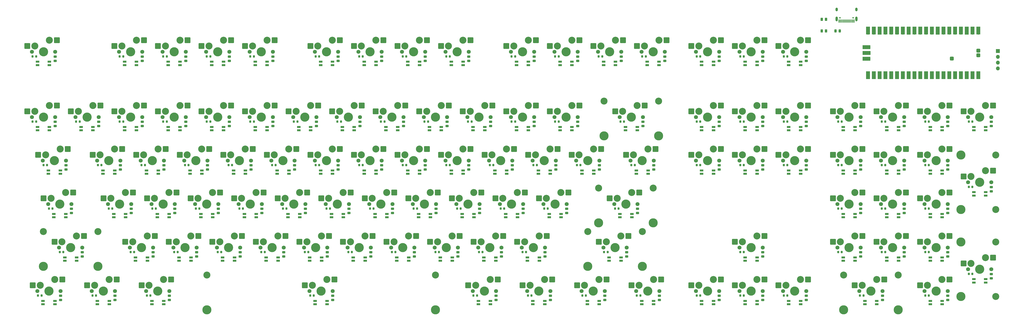
<source format=gbr>
%TF.GenerationSoftware,KiCad,Pcbnew,7.0.7*%
%TF.CreationDate,2024-02-20T17:11:52+02:00*%
%TF.ProjectId,keyboard,6b657962-6f61-4726-942e-6b696361645f,rev?*%
%TF.SameCoordinates,Original*%
%TF.FileFunction,Soldermask,Bot*%
%TF.FilePolarity,Negative*%
%FSLAX46Y46*%
G04 Gerber Fmt 4.6, Leading zero omitted, Abs format (unit mm)*
G04 Created by KiCad (PCBNEW 7.0.7) date 2024-02-20 17:11:52*
%MOMM*%
%LPD*%
G01*
G04 APERTURE LIST*
G04 Aperture macros list*
%AMRoundRect*
0 Rectangle with rounded corners*
0 $1 Rounding radius*
0 $2 $3 $4 $5 $6 $7 $8 $9 X,Y pos of 4 corners*
0 Add a 4 corners polygon primitive as box body*
4,1,4,$2,$3,$4,$5,$6,$7,$8,$9,$2,$3,0*
0 Add four circle primitives for the rounded corners*
1,1,$1+$1,$2,$3*
1,1,$1+$1,$4,$5*
1,1,$1+$1,$6,$7*
1,1,$1+$1,$8,$9*
0 Add four rect primitives between the rounded corners*
20,1,$1+$1,$2,$3,$4,$5,0*
20,1,$1+$1,$4,$5,$6,$7,0*
20,1,$1+$1,$6,$7,$8,$9,0*
20,1,$1+$1,$8,$9,$2,$3,0*%
G04 Aperture macros list end*
%ADD10C,3.048000*%
%ADD11C,3.987800*%
%ADD12RoundRect,0.082000X0.718000X-0.328000X0.718000X0.328000X-0.718000X0.328000X-0.718000X-0.328000X0*%
%ADD13C,1.750000*%
%ADD14C,3.050000*%
%ADD15C,4.000000*%
%ADD16RoundRect,0.250000X-1.025000X-1.000000X1.025000X-1.000000X1.025000X1.000000X-1.025000X1.000000X0*%
%ADD17R,1.700000X1.700000*%
%ADD18O,1.700000X1.700000*%
%ADD19RoundRect,0.225000X0.225000X0.250000X-0.225000X0.250000X-0.225000X-0.250000X0.225000X-0.250000X0*%
%ADD20RoundRect,0.243750X-0.456250X0.243750X-0.456250X-0.243750X0.456250X-0.243750X0.456250X0.243750X0*%
%ADD21RoundRect,0.250000X-0.262500X-0.450000X0.262500X-0.450000X0.262500X0.450000X-0.262500X0.450000X0*%
%ADD22C,0.650000*%
%ADD23R,0.600000X1.450000*%
%ADD24R,0.300000X1.450000*%
%ADD25O,1.000000X1.600000*%
%ADD26O,1.000000X2.100000*%
%ADD27R,1.700000X3.500000*%
%ADD28R,3.500000X1.700000*%
%ADD29RoundRect,0.437500X0.437500X-0.437500X0.437500X0.437500X-0.437500X0.437500X-0.437500X-0.437500X0*%
%ADD30RoundRect,0.243750X0.243750X0.456250X-0.243750X0.456250X-0.243750X-0.456250X0.243750X-0.456250X0*%
G04 APERTURE END LIST*
D10*
%TO.C,H5*%
X272618300Y-113265000D03*
D11*
X272618300Y-128475000D03*
D10*
X296494300Y-113265000D03*
D11*
X296494300Y-128475000D03*
%TD*%
D12*
%TO.C,L66*%
X184762500Y-107030000D03*
X184762500Y-105530000D03*
X179562500Y-105530000D03*
X179562500Y-107030000D03*
%TD*%
D13*
%TO.C,SW68*%
X215182500Y-101200000D03*
D14*
X216452500Y-98660000D03*
D15*
X220262500Y-101200000D03*
D14*
X222802500Y-96120000D03*
D13*
X225342500Y-101200000D03*
D16*
X213177500Y-98660000D03*
X226104500Y-96120000D03*
%TD*%
D13*
%TO.C,SW51*%
X291382500Y-82150000D03*
D14*
X292652500Y-79610000D03*
D15*
X296462500Y-82150000D03*
D14*
X299002500Y-77070000D03*
D13*
X301542500Y-82150000D03*
D16*
X289377500Y-79610000D03*
X302304500Y-77070000D03*
%TD*%
D12*
%TO.C,L63*%
X127612500Y-107030000D03*
X127612500Y-105530000D03*
X122412500Y-105530000D03*
X122412500Y-107030000D03*
%TD*%
D13*
%TO.C,SW53*%
X339007500Y-82150000D03*
D14*
X340277500Y-79610000D03*
D15*
X344087500Y-82150000D03*
D14*
X346627500Y-77070000D03*
D13*
X349167500Y-82150000D03*
D16*
X337002500Y-79610000D03*
X349929500Y-77070000D03*
%TD*%
D13*
%TO.C,SW72*%
X381870000Y-101200000D03*
D14*
X383140000Y-98660000D03*
D15*
X386950000Y-101200000D03*
D14*
X389490000Y-96120000D03*
D13*
X392030000Y-101200000D03*
D16*
X379865000Y-98660000D03*
X392792000Y-96120000D03*
%TD*%
D12*
%TO.C,L99*%
X301443800Y-145130000D03*
X301443800Y-143630000D03*
X296243800Y-143630000D03*
X296243800Y-145130000D03*
%TD*%
%TO.C,L29*%
X265725000Y-68930000D03*
X265725000Y-67430000D03*
X260525000Y-67430000D03*
X260525000Y-68930000D03*
%TD*%
%TO.C,L76*%
X79987500Y-126080000D03*
X79987500Y-124580000D03*
X74787500Y-124580000D03*
X74787500Y-126080000D03*
%TD*%
D13*
%TO.C,SW31*%
X319957500Y-63100000D03*
D14*
X321227500Y-60560000D03*
D15*
X325037500Y-63100000D03*
D14*
X327577500Y-58020000D03*
D13*
X330117500Y-63100000D03*
D16*
X317952500Y-60560000D03*
X330879500Y-58020000D03*
%TD*%
D17*
%TO.C,J1*%
X452000000Y-34200000D03*
D18*
X452000000Y-36740000D03*
X452000000Y-39280000D03*
X452000000Y-41820000D03*
%TD*%
D13*
%TO.C,SW1*%
X29445000Y-34525000D03*
D14*
X30715000Y-31985000D03*
D15*
X34525000Y-34525000D03*
D14*
X37065000Y-29445000D03*
D13*
X39605000Y-34525000D03*
D16*
X27440000Y-31985000D03*
X40367000Y-29445000D03*
%TD*%
D12*
%TO.C,L74*%
X427650000Y-107030000D03*
X427650000Y-105530000D03*
X422450000Y-105530000D03*
X422450000Y-107030000D03*
%TD*%
%TO.C,L83*%
X213337500Y-126080000D03*
X213337500Y-124580000D03*
X208137500Y-124580000D03*
X208137500Y-126080000D03*
%TD*%
D13*
%TO.C,SW10*%
X238995000Y-34525000D03*
D14*
X240265000Y-31985000D03*
D15*
X244075000Y-34525000D03*
D14*
X246615000Y-29445000D03*
D13*
X249155000Y-34525000D03*
D16*
X236990000Y-31985000D03*
X249917000Y-29445000D03*
%TD*%
D13*
%TO.C,SW19*%
X67545000Y-63100000D03*
D14*
X68815000Y-60560000D03*
D15*
X72625000Y-63100000D03*
D14*
X75165000Y-58020000D03*
D13*
X77705000Y-63100000D03*
D16*
X65540000Y-60560000D03*
X78467000Y-58020000D03*
%TD*%
D12*
%TO.C,L42*%
X122850000Y-87980000D03*
X122850000Y-86480000D03*
X117650000Y-86480000D03*
X117650000Y-87980000D03*
%TD*%
%TO.C,L33*%
X365737500Y-68930000D03*
X365737500Y-67430000D03*
X360537500Y-67430000D03*
X360537500Y-68930000D03*
%TD*%
%TO.C,L6*%
X160950000Y-40355000D03*
X160950000Y-38855000D03*
X155750000Y-38855000D03*
X155750000Y-40355000D03*
%TD*%
%TO.C,L43*%
X141900000Y-87980000D03*
X141900000Y-86480000D03*
X136700000Y-86480000D03*
X136700000Y-87980000D03*
%TD*%
%TO.C,L23*%
X151425000Y-68930000D03*
X151425000Y-67430000D03*
X146225000Y-67430000D03*
X146225000Y-68930000D03*
%TD*%
D13*
%TO.C,SW60*%
X62782500Y-101200000D03*
D14*
X64052500Y-98660000D03*
D15*
X67862500Y-101200000D03*
D14*
X70402500Y-96120000D03*
D13*
X72942500Y-101200000D03*
D16*
X60777500Y-98660000D03*
X73704500Y-96120000D03*
%TD*%
D13*
%TO.C,SW17*%
X29445000Y-63100000D03*
D14*
X30715000Y-60560000D03*
D15*
X34525000Y-63100000D03*
D14*
X37065000Y-58020000D03*
D13*
X39605000Y-63100000D03*
D16*
X27440000Y-60560000D03*
X40367000Y-58020000D03*
%TD*%
D10*
%TO.C,H8*%
X384537000Y-132315000D03*
D11*
X384537000Y-147525000D03*
D10*
X408413000Y-132315000D03*
D11*
X408413000Y-147525000D03*
%TD*%
D12*
%TO.C,L54*%
X365737500Y-87980000D03*
X365737500Y-86480000D03*
X360537500Y-86480000D03*
X360537500Y-87980000D03*
%TD*%
D13*
%TO.C,SW74*%
X419970000Y-101200000D03*
D14*
X421240000Y-98660000D03*
D15*
X425050000Y-101200000D03*
D14*
X427590000Y-96120000D03*
D13*
X430130000Y-101200000D03*
D16*
X417965000Y-98660000D03*
X430892000Y-96120000D03*
%TD*%
D12*
%TO.C,L2*%
X75225000Y-40355000D03*
X75225000Y-38855000D03*
X70025000Y-38855000D03*
X70025000Y-40355000D03*
%TD*%
D13*
%TO.C,SW69*%
X234232500Y-101200000D03*
D14*
X235502500Y-98660000D03*
D15*
X239312500Y-101200000D03*
D14*
X241852500Y-96120000D03*
D13*
X244392500Y-101200000D03*
D16*
X232227500Y-98660000D03*
X245154500Y-96120000D03*
%TD*%
D12*
%TO.C,L61*%
X89512500Y-107030000D03*
X89512500Y-105530000D03*
X84312500Y-105530000D03*
X84312500Y-107030000D03*
%TD*%
D13*
%TO.C,SW87*%
X339007500Y-120250000D03*
D14*
X340277500Y-117710000D03*
D15*
X344087500Y-120250000D03*
D14*
X346627500Y-115170000D03*
D13*
X349167500Y-120250000D03*
D16*
X337002500Y-117710000D03*
X349929500Y-115170000D03*
%TD*%
D13*
%TO.C,SW96*%
X222326300Y-139300000D03*
D14*
X223596300Y-136760000D03*
D15*
X227406300Y-139300000D03*
D14*
X229946300Y-134220000D03*
D13*
X232486300Y-139300000D03*
D16*
X220321300Y-136760000D03*
X233248300Y-134220000D03*
%TD*%
D12*
%TO.C,L88*%
X389550000Y-126080000D03*
X389550000Y-124580000D03*
X384350000Y-124580000D03*
X384350000Y-126080000D03*
%TD*%
D13*
%TO.C,SW83*%
X205657500Y-120250000D03*
D14*
X206927500Y-117710000D03*
D15*
X210737500Y-120250000D03*
D14*
X213277500Y-115170000D03*
D13*
X215817500Y-120250000D03*
D16*
X203652500Y-117710000D03*
X216579500Y-115170000D03*
%TD*%
D13*
%TO.C,SW15*%
X339007500Y-34525000D03*
D14*
X340277500Y-31985000D03*
D15*
X344087500Y-34525000D03*
D14*
X346627500Y-29445000D03*
D13*
X349167500Y-34525000D03*
D16*
X337002500Y-31985000D03*
X349929500Y-29445000D03*
%TD*%
D13*
%TO.C,SW6*%
X153270000Y-34525000D03*
D14*
X154540000Y-31985000D03*
D15*
X158350000Y-34525000D03*
D14*
X160890000Y-29445000D03*
D13*
X163430000Y-34525000D03*
D16*
X151265000Y-31985000D03*
X164192000Y-29445000D03*
%TD*%
D12*
%TO.C,L81*%
X175237500Y-126080000D03*
X175237500Y-124580000D03*
X170037500Y-124580000D03*
X170037500Y-126080000D03*
%TD*%
%TO.C,L86*%
X287156300Y-126080000D03*
X287156300Y-124580000D03*
X281956300Y-124580000D03*
X281956300Y-126080000D03*
%TD*%
%TO.C,L64*%
X146662500Y-107030000D03*
X146662500Y-105530000D03*
X141462500Y-105530000D03*
X141462500Y-107030000D03*
%TD*%
D13*
%TO.C,SW76*%
X72307500Y-120250000D03*
D14*
X73577500Y-117710000D03*
D15*
X77387500Y-120250000D03*
D14*
X79927500Y-115170000D03*
D13*
X82467500Y-120250000D03*
D16*
X70302500Y-117710000D03*
X83229500Y-115170000D03*
%TD*%
D13*
%TO.C,SW67*%
X196132500Y-101200000D03*
D14*
X197402500Y-98660000D03*
D15*
X201212500Y-101200000D03*
D14*
X203752500Y-96120000D03*
D13*
X206292500Y-101200000D03*
D16*
X194127500Y-98660000D03*
X207054500Y-96120000D03*
%TD*%
D13*
%TO.C,SW35*%
X400920000Y-63100000D03*
D14*
X402190000Y-60560000D03*
D15*
X406000000Y-63100000D03*
D14*
X408540000Y-58020000D03*
D13*
X411080000Y-63100000D03*
D16*
X398915000Y-60560000D03*
X411842000Y-58020000D03*
%TD*%
D13*
%TO.C,SW78*%
X110407500Y-120250000D03*
D14*
X111677500Y-117710000D03*
D15*
X115487500Y-120250000D03*
D14*
X118027500Y-115170000D03*
D13*
X120567500Y-120250000D03*
D16*
X108402500Y-117710000D03*
X121329500Y-115170000D03*
%TD*%
D12*
%TO.C,L98*%
X277631300Y-145130000D03*
X277631300Y-143630000D03*
X272431300Y-143630000D03*
X272431300Y-145130000D03*
%TD*%
D13*
%TO.C,SW43*%
X134220000Y-82150000D03*
D14*
X135490000Y-79610000D03*
D15*
X139300000Y-82150000D03*
D14*
X141840000Y-77070000D03*
D13*
X144380000Y-82150000D03*
D16*
X132215000Y-79610000D03*
X145142000Y-77070000D03*
%TD*%
D12*
%TO.C,L91*%
X446700000Y-135605000D03*
X446700000Y-134105000D03*
X441500000Y-134105000D03*
X441500000Y-135605000D03*
%TD*%
%TO.C,L21*%
X113325000Y-68930000D03*
X113325000Y-67430000D03*
X108125000Y-67430000D03*
X108125000Y-68930000D03*
%TD*%
D13*
%TO.C,SW40*%
X77070000Y-82150000D03*
D14*
X78340000Y-79610000D03*
D15*
X82150000Y-82150000D03*
D14*
X84690000Y-77070000D03*
D13*
X87230000Y-82150000D03*
D16*
X75065000Y-79610000D03*
X87992000Y-77070000D03*
%TD*%
D13*
%TO.C,SW12*%
X277095000Y-34525000D03*
D14*
X278365000Y-31985000D03*
D15*
X282175000Y-34525000D03*
D14*
X284715000Y-29445000D03*
D13*
X287255000Y-34525000D03*
D16*
X275090000Y-31985000D03*
X288017000Y-29445000D03*
%TD*%
D13*
%TO.C,SW86*%
X279476300Y-120250000D03*
D14*
X280746300Y-117710000D03*
D15*
X284556300Y-120250000D03*
D14*
X287096300Y-115170000D03*
D13*
X289636300Y-120250000D03*
D16*
X277471300Y-117710000D03*
X290398300Y-115170000D03*
%TD*%
D13*
%TO.C,SW21*%
X105645000Y-63100000D03*
D14*
X106915000Y-60560000D03*
D15*
X110725000Y-63100000D03*
D14*
X113265000Y-58020000D03*
D13*
X115805000Y-63100000D03*
D16*
X103640000Y-60560000D03*
X116567000Y-58020000D03*
%TD*%
D12*
%TO.C,L95*%
X158568800Y-145130000D03*
X158568800Y-143630000D03*
X153368800Y-143630000D03*
X153368800Y-145130000D03*
%TD*%
%TO.C,L41*%
X103800000Y-87980000D03*
X103800000Y-86480000D03*
X98600000Y-86480000D03*
X98600000Y-87980000D03*
%TD*%
%TO.C,L65*%
X165712500Y-107030000D03*
X165712500Y-105530000D03*
X160512500Y-105530000D03*
X160512500Y-107030000D03*
%TD*%
%TO.C,L20*%
X94275000Y-68930000D03*
X94275000Y-67430000D03*
X89075000Y-67430000D03*
X89075000Y-68930000D03*
%TD*%
%TO.C,L1*%
X37125000Y-40355000D03*
X37125000Y-38855000D03*
X31925000Y-38855000D03*
X31925000Y-40355000D03*
%TD*%
%TO.C,L18*%
X56175000Y-68930000D03*
X56175000Y-67430000D03*
X50975000Y-67430000D03*
X50975000Y-68930000D03*
%TD*%
D13*
%TO.C,SW29*%
X258045000Y-63100000D03*
D14*
X259315000Y-60560000D03*
D15*
X263125000Y-63100000D03*
D14*
X265665000Y-58020000D03*
D13*
X268205000Y-63100000D03*
D16*
X256040000Y-60560000D03*
X268967000Y-58020000D03*
%TD*%
D13*
%TO.C,SW7*%
X172320000Y-34525000D03*
D14*
X173590000Y-31985000D03*
D15*
X177400000Y-34525000D03*
D14*
X179940000Y-29445000D03*
D13*
X182480000Y-34525000D03*
D16*
X170315000Y-31985000D03*
X183242000Y-29445000D03*
%TD*%
D13*
%TO.C,SW32*%
X339007500Y-63100000D03*
D14*
X340277500Y-60560000D03*
D15*
X344087500Y-63100000D03*
D14*
X346627500Y-58020000D03*
D13*
X349167500Y-63100000D03*
D16*
X337002500Y-60560000D03*
X349929500Y-58020000D03*
%TD*%
D10*
%TO.C,H7*%
X105968800Y-132315000D03*
D11*
X105968800Y-147525000D03*
D10*
X205968800Y-132315000D03*
D11*
X205968800Y-147525000D03*
%TD*%
D13*
%TO.C,SW91*%
X439020000Y-129775000D03*
D14*
X440290000Y-127235000D03*
D15*
X444100000Y-129775000D03*
D14*
X446640000Y-124695000D03*
D13*
X449180000Y-129775000D03*
D16*
X437015000Y-127235000D03*
X449942000Y-124695000D03*
%TD*%
D12*
%TO.C,L79*%
X137137500Y-126080000D03*
X137137500Y-124580000D03*
X131937500Y-124580000D03*
X131937500Y-126080000D03*
%TD*%
D13*
%TO.C,SW37*%
X439020000Y-63100000D03*
D14*
X440290000Y-60560000D03*
D15*
X444100000Y-63100000D03*
D14*
X446640000Y-58020000D03*
D13*
X449180000Y-63100000D03*
D16*
X437015000Y-60560000D03*
X449942000Y-58020000D03*
%TD*%
D13*
%TO.C,SW84*%
X224707500Y-120250000D03*
D14*
X225977500Y-117710000D03*
D15*
X229787500Y-120250000D03*
D14*
X232327500Y-115170000D03*
D13*
X234867500Y-120250000D03*
D16*
X222702500Y-117710000D03*
X235629500Y-115170000D03*
%TD*%
D12*
%TO.C,L51*%
X299062500Y-87980000D03*
X299062500Y-86480000D03*
X293862500Y-86480000D03*
X293862500Y-87980000D03*
%TD*%
D13*
%TO.C,SW85*%
X243757500Y-120250000D03*
D14*
X245027500Y-117710000D03*
D15*
X248837500Y-120250000D03*
D14*
X251377500Y-115170000D03*
D13*
X253917500Y-120250000D03*
D16*
X241752500Y-117710000D03*
X254679500Y-115170000D03*
%TD*%
D12*
%TO.C,L7*%
X180000000Y-40355000D03*
X180000000Y-38855000D03*
X174800000Y-38855000D03*
X174800000Y-40355000D03*
%TD*%
%TO.C,L101*%
X346687500Y-145130000D03*
X346687500Y-143630000D03*
X341487500Y-143630000D03*
X341487500Y-145130000D03*
%TD*%
D13*
%TO.C,SW22*%
X124695000Y-63100000D03*
D14*
X125965000Y-60560000D03*
D15*
X129775000Y-63100000D03*
D14*
X132315000Y-58020000D03*
D13*
X134855000Y-63100000D03*
D16*
X122690000Y-60560000D03*
X135617000Y-58020000D03*
%TD*%
D13*
%TO.C,SW38*%
X34207500Y-82150000D03*
D14*
X35477500Y-79610000D03*
D15*
X39287500Y-82150000D03*
D14*
X41827500Y-77070000D03*
D13*
X44367500Y-82150000D03*
D16*
X32202500Y-79610000D03*
X45129500Y-77070000D03*
%TD*%
D13*
%TO.C,SW61*%
X81832500Y-101200000D03*
D14*
X83102500Y-98660000D03*
D15*
X86912500Y-101200000D03*
D14*
X89452500Y-96120000D03*
D13*
X91992500Y-101200000D03*
D16*
X79827500Y-98660000D03*
X92754500Y-96120000D03*
%TD*%
D13*
%TO.C,SW54*%
X358057500Y-82150000D03*
D14*
X359327500Y-79610000D03*
D15*
X363137500Y-82150000D03*
D14*
X365677500Y-77070000D03*
D13*
X368217500Y-82150000D03*
D16*
X356052500Y-79610000D03*
X368979500Y-77070000D03*
%TD*%
D12*
%TO.C,L40*%
X84750000Y-87980000D03*
X84750000Y-86480000D03*
X79550000Y-86480000D03*
X79550000Y-87980000D03*
%TD*%
D13*
%TO.C,SW28*%
X238995000Y-63100000D03*
D14*
X240265000Y-60560000D03*
D15*
X244075000Y-63100000D03*
D14*
X246615000Y-58020000D03*
D13*
X249155000Y-63100000D03*
D16*
X236990000Y-60560000D03*
X249917000Y-58020000D03*
%TD*%
D12*
%TO.C,L62*%
X108562500Y-107030000D03*
X108562500Y-105530000D03*
X103362500Y-105530000D03*
X103362500Y-107030000D03*
%TD*%
%TO.C,L45*%
X180000000Y-87980000D03*
X180000000Y-86480000D03*
X174800000Y-86480000D03*
X174800000Y-87980000D03*
%TD*%
%TO.C,L70*%
X260962500Y-107030000D03*
X260962500Y-105530000D03*
X255762500Y-105530000D03*
X255762500Y-107030000D03*
%TD*%
D13*
%TO.C,SW65*%
X158032500Y-101200000D03*
D14*
X159302500Y-98660000D03*
D15*
X163112500Y-101200000D03*
D14*
X165652500Y-96120000D03*
D13*
X168192500Y-101200000D03*
D16*
X156027500Y-98660000D03*
X168954500Y-96120000D03*
%TD*%
D13*
%TO.C,SW59*%
X36588800Y-101200000D03*
D14*
X37858800Y-98660000D03*
D15*
X41668800Y-101200000D03*
D14*
X44208800Y-96120000D03*
D13*
X46748800Y-101200000D03*
D16*
X34583800Y-98660000D03*
X47510800Y-96120000D03*
%TD*%
D12*
%TO.C,L12*%
X284775000Y-40355000D03*
X284775000Y-38855000D03*
X279575000Y-38855000D03*
X279575000Y-40355000D03*
%TD*%
%TO.C,L25*%
X189525000Y-68930000D03*
X189525000Y-67430000D03*
X184325000Y-67430000D03*
X184325000Y-68930000D03*
%TD*%
D13*
%TO.C,SW55*%
X381870000Y-82150000D03*
D14*
X383140000Y-79610000D03*
D15*
X386950000Y-82150000D03*
D14*
X389490000Y-77070000D03*
D13*
X392030000Y-82150000D03*
D16*
X379865000Y-79610000D03*
X392792000Y-77070000D03*
%TD*%
D13*
%TO.C,SW64*%
X138982500Y-101200000D03*
D14*
X140252500Y-98660000D03*
D15*
X144062500Y-101200000D03*
D14*
X146602500Y-96120000D03*
D13*
X149142500Y-101200000D03*
D16*
X136977500Y-98660000D03*
X149904500Y-96120000D03*
%TD*%
D13*
%TO.C,SW30*%
X286620000Y-63100000D03*
D14*
X287890000Y-60560000D03*
D15*
X291700000Y-63100000D03*
D14*
X294240000Y-58020000D03*
D13*
X296780000Y-63100000D03*
D16*
X284615000Y-60560000D03*
X297542000Y-58020000D03*
%TD*%
D12*
%TO.C,L55*%
X389550000Y-87980000D03*
X389550000Y-86480000D03*
X384350000Y-86480000D03*
X384350000Y-87980000D03*
%TD*%
%TO.C,L80*%
X156187500Y-126080000D03*
X156187500Y-124580000D03*
X150987500Y-124580000D03*
X150987500Y-126080000D03*
%TD*%
D13*
%TO.C,SW99*%
X293763800Y-139300000D03*
D14*
X295033800Y-136760000D03*
D15*
X298843800Y-139300000D03*
D14*
X301383800Y-134220000D03*
D13*
X303923800Y-139300000D03*
D16*
X291758800Y-136760000D03*
X304685800Y-134220000D03*
%TD*%
D12*
%TO.C,L103*%
X399075000Y-145130000D03*
X399075000Y-143630000D03*
X393875000Y-143630000D03*
X393875000Y-145130000D03*
%TD*%
D13*
%TO.C,SW75*%
X41351300Y-120250000D03*
D14*
X42621300Y-117710000D03*
D15*
X46431300Y-120250000D03*
D14*
X48971300Y-115170000D03*
D13*
X51511300Y-120250000D03*
D16*
X39346300Y-117710000D03*
X52273300Y-115170000D03*
%TD*%
D12*
%TO.C,L37*%
X446700000Y-68930000D03*
X446700000Y-67430000D03*
X441500000Y-67430000D03*
X441500000Y-68930000D03*
%TD*%
D13*
%TO.C,SW8*%
X191370000Y-34525000D03*
D14*
X192640000Y-31985000D03*
D15*
X196450000Y-34525000D03*
D14*
X198990000Y-29445000D03*
D13*
X201530000Y-34525000D03*
D16*
X189365000Y-31985000D03*
X202292000Y-29445000D03*
%TD*%
D12*
%TO.C,L38*%
X41887500Y-87980000D03*
X41887500Y-86480000D03*
X36687500Y-86480000D03*
X36687500Y-87980000D03*
%TD*%
D13*
%TO.C,SW26*%
X200895000Y-63100000D03*
D14*
X202165000Y-60560000D03*
D15*
X205975000Y-63100000D03*
D14*
X208515000Y-58020000D03*
D13*
X211055000Y-63100000D03*
D16*
X198890000Y-60560000D03*
X211817000Y-58020000D03*
%TD*%
D13*
%TO.C,SW70*%
X253282500Y-101200000D03*
D14*
X254552500Y-98660000D03*
D15*
X258362500Y-101200000D03*
D14*
X260902500Y-96120000D03*
D13*
X263442500Y-101200000D03*
D16*
X251277500Y-98660000D03*
X264204500Y-96120000D03*
%TD*%
D12*
%TO.C,L67*%
X203812500Y-107030000D03*
X203812500Y-105530000D03*
X198612500Y-105530000D03*
X198612500Y-107030000D03*
%TD*%
%TO.C,L97*%
X253818800Y-145130000D03*
X253818800Y-143630000D03*
X248618800Y-143630000D03*
X248618800Y-145130000D03*
%TD*%
%TO.C,L46*%
X199050000Y-87980000D03*
X199050000Y-86480000D03*
X193850000Y-86480000D03*
X193850000Y-87980000D03*
%TD*%
%TO.C,L77*%
X99037500Y-126080000D03*
X99037500Y-124580000D03*
X93837500Y-124580000D03*
X93837500Y-126080000D03*
%TD*%
%TO.C,L27*%
X227625000Y-68930000D03*
X227625000Y-67430000D03*
X222425000Y-67430000D03*
X222425000Y-68930000D03*
%TD*%
D13*
%TO.C,SW104*%
X419970000Y-139300000D03*
D14*
X421240000Y-136760000D03*
D15*
X425050000Y-139300000D03*
D14*
X427590000Y-134220000D03*
D13*
X430130000Y-139300000D03*
D16*
X417965000Y-136760000D03*
X430892000Y-134220000D03*
%TD*%
D10*
%TO.C,H3*%
X277380800Y-94215000D03*
D11*
X277380800Y-109425000D03*
D10*
X301256800Y-94215000D03*
D11*
X301256800Y-109425000D03*
%TD*%
D12*
%TO.C,L36*%
X427650000Y-68930000D03*
X427650000Y-67430000D03*
X422450000Y-67430000D03*
X422450000Y-68930000D03*
%TD*%
%TO.C,L89*%
X408600000Y-126080000D03*
X408600000Y-124580000D03*
X403400000Y-124580000D03*
X403400000Y-126080000D03*
%TD*%
%TO.C,L39*%
X65700000Y-87980000D03*
X65700000Y-86480000D03*
X60500000Y-86480000D03*
X60500000Y-87980000D03*
%TD*%
D13*
%TO.C,SW46*%
X191370000Y-82150000D03*
D14*
X192640000Y-79610000D03*
D15*
X196450000Y-82150000D03*
D14*
X198990000Y-77070000D03*
D13*
X201530000Y-82150000D03*
D16*
X189365000Y-79610000D03*
X202292000Y-77070000D03*
%TD*%
D10*
%TO.C,H1*%
X279762000Y-56115000D03*
D11*
X279762000Y-71325000D03*
D10*
X303638000Y-56115000D03*
D11*
X303638000Y-71325000D03*
%TD*%
D12*
%TO.C,L15*%
X346687500Y-40355000D03*
X346687500Y-38855000D03*
X341487500Y-38855000D03*
X341487500Y-40355000D03*
%TD*%
%TO.C,L19*%
X75225000Y-68930000D03*
X75225000Y-67430000D03*
X70025000Y-67430000D03*
X70025000Y-68930000D03*
%TD*%
D13*
%TO.C,SW33*%
X358057500Y-63100000D03*
D14*
X359327500Y-60560000D03*
D15*
X363137500Y-63100000D03*
D14*
X365677500Y-58020000D03*
D13*
X368217500Y-63100000D03*
D16*
X356052500Y-60560000D03*
X368979500Y-58020000D03*
%TD*%
D13*
%TO.C,SW103*%
X391395000Y-139300000D03*
D14*
X392665000Y-136760000D03*
D15*
X396475000Y-139300000D03*
D14*
X399015000Y-134220000D03*
D13*
X401555000Y-139300000D03*
D16*
X389390000Y-136760000D03*
X402317000Y-134220000D03*
%TD*%
D13*
%TO.C,SW44*%
X153270000Y-82150000D03*
D14*
X154540000Y-79610000D03*
D15*
X158350000Y-82150000D03*
D14*
X160890000Y-77070000D03*
D13*
X163430000Y-82150000D03*
D16*
X151265000Y-79610000D03*
X164192000Y-77070000D03*
%TD*%
D12*
%TO.C,L14*%
X327637500Y-40355000D03*
X327637500Y-38855000D03*
X322437500Y-38855000D03*
X322437500Y-40355000D03*
%TD*%
D13*
%TO.C,SW101*%
X339007500Y-139300000D03*
D14*
X340277500Y-136760000D03*
D15*
X344087500Y-139300000D03*
D14*
X346627500Y-134220000D03*
D13*
X349167500Y-139300000D03*
D16*
X337002500Y-136760000D03*
X349929500Y-134220000D03*
%TD*%
D10*
%TO.C,H4*%
X34493300Y-113265000D03*
D11*
X34493300Y-128475000D03*
D10*
X58369300Y-113265000D03*
D11*
X58369300Y-128475000D03*
%TD*%
D12*
%TO.C,L50*%
X275250000Y-87980000D03*
X275250000Y-86480000D03*
X270050000Y-86480000D03*
X270050000Y-87980000D03*
%TD*%
%TO.C,L26*%
X208575000Y-68930000D03*
X208575000Y-67430000D03*
X203375000Y-67430000D03*
X203375000Y-68930000D03*
%TD*%
%TO.C,L69*%
X241912500Y-107030000D03*
X241912500Y-105530000D03*
X236712500Y-105530000D03*
X236712500Y-107030000D03*
%TD*%
D13*
%TO.C,SW100*%
X319957500Y-139300000D03*
D14*
X321227500Y-136760000D03*
D15*
X325037500Y-139300000D03*
D14*
X327577500Y-134220000D03*
D13*
X330117500Y-139300000D03*
D16*
X317952500Y-136760000D03*
X330879500Y-134220000D03*
%TD*%
D12*
%TO.C,L9*%
X218100000Y-40355000D03*
X218100000Y-38855000D03*
X212900000Y-38855000D03*
X212900000Y-40355000D03*
%TD*%
%TO.C,L31*%
X327637500Y-68930000D03*
X327637500Y-67430000D03*
X322437500Y-67430000D03*
X322437500Y-68930000D03*
%TD*%
D13*
%TO.C,SW66*%
X177082500Y-101200000D03*
D14*
X178352500Y-98660000D03*
D15*
X182162500Y-101200000D03*
D14*
X184702500Y-96120000D03*
D13*
X187242500Y-101200000D03*
D16*
X175077500Y-98660000D03*
X188004500Y-96120000D03*
%TD*%
D12*
%TO.C,L84*%
X232387500Y-126080000D03*
X232387500Y-124580000D03*
X227187500Y-124580000D03*
X227187500Y-126080000D03*
%TD*%
%TO.C,L4*%
X113325000Y-40355000D03*
X113325000Y-38855000D03*
X108125000Y-38855000D03*
X108125000Y-40355000D03*
%TD*%
%TO.C,L10*%
X246675000Y-40355000D03*
X246675000Y-38855000D03*
X241475000Y-38855000D03*
X241475000Y-40355000D03*
%TD*%
D13*
%TO.C,SW58*%
X439020000Y-91675000D03*
D14*
X440290000Y-89135000D03*
D15*
X444100000Y-91675000D03*
D14*
X446640000Y-86595000D03*
D13*
X449180000Y-91675000D03*
D16*
X437015000Y-89135000D03*
X449942000Y-86595000D03*
%TD*%
D12*
%TO.C,L93*%
X63318800Y-145130000D03*
X63318800Y-143630000D03*
X58118800Y-143630000D03*
X58118800Y-145130000D03*
%TD*%
D13*
%TO.C,SW5*%
X124695000Y-34525000D03*
D14*
X125965000Y-31985000D03*
D15*
X129775000Y-34525000D03*
D14*
X132315000Y-29445000D03*
D13*
X134855000Y-34525000D03*
D16*
X122690000Y-31985000D03*
X135617000Y-29445000D03*
%TD*%
D10*
%TO.C,H2*%
X451085000Y-79737000D03*
D11*
X435875000Y-79737000D03*
D10*
X451085000Y-103613000D03*
D11*
X435875000Y-103613000D03*
%TD*%
D12*
%TO.C,L16*%
X365737500Y-40355000D03*
X365737500Y-38855000D03*
X360537500Y-38855000D03*
X360537500Y-40355000D03*
%TD*%
D13*
%TO.C,SW48*%
X229470000Y-82150000D03*
D14*
X230740000Y-79610000D03*
D15*
X234550000Y-82150000D03*
D14*
X237090000Y-77070000D03*
D13*
X239630000Y-82150000D03*
D16*
X227465000Y-79610000D03*
X240392000Y-77070000D03*
%TD*%
D12*
%TO.C,L30*%
X294300000Y-68930000D03*
X294300000Y-67430000D03*
X289100000Y-67430000D03*
X289100000Y-68930000D03*
%TD*%
%TO.C,L78*%
X118087500Y-126080000D03*
X118087500Y-124580000D03*
X112887500Y-124580000D03*
X112887500Y-126080000D03*
%TD*%
%TO.C,L96*%
X230006300Y-145130000D03*
X230006300Y-143630000D03*
X224806300Y-143630000D03*
X224806300Y-145130000D03*
%TD*%
%TO.C,L56*%
X408600000Y-87980000D03*
X408600000Y-86480000D03*
X403400000Y-86480000D03*
X403400000Y-87980000D03*
%TD*%
D13*
%TO.C,SW39*%
X58020000Y-82150000D03*
D14*
X59290000Y-79610000D03*
D15*
X63100000Y-82150000D03*
D14*
X65640000Y-77070000D03*
D13*
X68180000Y-82150000D03*
D16*
X56015000Y-79610000D03*
X68942000Y-77070000D03*
%TD*%
D13*
%TO.C,SW77*%
X91357500Y-120250000D03*
D14*
X92627500Y-117710000D03*
D15*
X96437500Y-120250000D03*
D14*
X98977500Y-115170000D03*
D13*
X101517500Y-120250000D03*
D16*
X89352500Y-117710000D03*
X102279500Y-115170000D03*
%TD*%
D12*
%TO.C,L102*%
X365737500Y-145130000D03*
X365737500Y-143630000D03*
X360537500Y-143630000D03*
X360537500Y-145130000D03*
%TD*%
%TO.C,L71*%
X291918800Y-107030000D03*
X291918800Y-105530000D03*
X286718800Y-105530000D03*
X286718800Y-107030000D03*
%TD*%
D13*
%TO.C,SW73*%
X400920000Y-101200000D03*
D14*
X402190000Y-98660000D03*
D15*
X406000000Y-101200000D03*
D14*
X408540000Y-96120000D03*
D13*
X411080000Y-101200000D03*
D16*
X398915000Y-98660000D03*
X411842000Y-96120000D03*
%TD*%
D13*
%TO.C,SW95*%
X150888800Y-139300000D03*
D14*
X152158800Y-136760000D03*
D15*
X155968800Y-139300000D03*
D14*
X158508800Y-134220000D03*
D13*
X161048800Y-139300000D03*
D16*
X148883800Y-136760000D03*
X161810800Y-134220000D03*
%TD*%
D13*
%TO.C,SW79*%
X129457500Y-120250000D03*
D14*
X130727500Y-117710000D03*
D15*
X134537500Y-120250000D03*
D14*
X137077500Y-115170000D03*
D13*
X139617500Y-120250000D03*
D16*
X127452500Y-117710000D03*
X140379500Y-115170000D03*
%TD*%
D12*
%TO.C,L32*%
X346687500Y-68930000D03*
X346687500Y-67430000D03*
X341487500Y-67430000D03*
X341487500Y-68930000D03*
%TD*%
D13*
%TO.C,SW93*%
X55638800Y-139300000D03*
D14*
X56908800Y-136760000D03*
D15*
X60718800Y-139300000D03*
D14*
X63258800Y-134220000D03*
D13*
X65798800Y-139300000D03*
D16*
X53633800Y-136760000D03*
X66560800Y-134220000D03*
%TD*%
D13*
%TO.C,SW62*%
X100882500Y-101200000D03*
D14*
X102152500Y-98660000D03*
D15*
X105962500Y-101200000D03*
D14*
X108502500Y-96120000D03*
D13*
X111042500Y-101200000D03*
D16*
X98877500Y-98660000D03*
X111804500Y-96120000D03*
%TD*%
D13*
%TO.C,SW88*%
X381870000Y-120250000D03*
D14*
X383140000Y-117710000D03*
D15*
X386950000Y-120250000D03*
D14*
X389490000Y-115170000D03*
D13*
X392030000Y-120250000D03*
D16*
X379865000Y-117710000D03*
X392792000Y-115170000D03*
%TD*%
D13*
%TO.C,SW82*%
X186607500Y-120250000D03*
D14*
X187877500Y-117710000D03*
D15*
X191687500Y-120250000D03*
D14*
X194227500Y-115170000D03*
D13*
X196767500Y-120250000D03*
D16*
X184602500Y-117710000D03*
X197529500Y-115170000D03*
%TD*%
D12*
%TO.C,L28*%
X246675000Y-68930000D03*
X246675000Y-67430000D03*
X241475000Y-67430000D03*
X241475000Y-68930000D03*
%TD*%
D13*
%TO.C,SW25*%
X181845000Y-63100000D03*
D14*
X183115000Y-60560000D03*
D15*
X186925000Y-63100000D03*
D14*
X189465000Y-58020000D03*
D13*
X192005000Y-63100000D03*
D16*
X179840000Y-60560000D03*
X192767000Y-58020000D03*
%TD*%
D12*
%TO.C,L48*%
X237150000Y-87980000D03*
X237150000Y-86480000D03*
X231950000Y-86480000D03*
X231950000Y-87980000D03*
%TD*%
D10*
%TO.C,H6*%
X451085000Y-117837000D03*
D11*
X435875000Y-117837000D03*
D10*
X451085000Y-141713000D03*
D11*
X435875000Y-141713000D03*
%TD*%
D13*
%TO.C,SW41*%
X96120000Y-82150000D03*
D14*
X97390000Y-79610000D03*
D15*
X101200000Y-82150000D03*
D14*
X103740000Y-77070000D03*
D13*
X106280000Y-82150000D03*
D16*
X94115000Y-79610000D03*
X107042000Y-77070000D03*
%TD*%
D12*
%TO.C,L35*%
X408600000Y-68930000D03*
X408600000Y-67430000D03*
X403400000Y-67430000D03*
X403400000Y-68930000D03*
%TD*%
%TO.C,L94*%
X87131300Y-145130000D03*
X87131300Y-143630000D03*
X81931300Y-143630000D03*
X81931300Y-145130000D03*
%TD*%
%TO.C,L90*%
X427650000Y-126080000D03*
X427650000Y-124580000D03*
X422450000Y-124580000D03*
X422450000Y-126080000D03*
%TD*%
%TO.C,L57*%
X427650000Y-87980000D03*
X427650000Y-86480000D03*
X422450000Y-86480000D03*
X422450000Y-87980000D03*
%TD*%
D13*
%TO.C,SW80*%
X148507500Y-120250000D03*
D14*
X149777500Y-117710000D03*
D15*
X153587500Y-120250000D03*
D14*
X156127500Y-115170000D03*
D13*
X158667500Y-120250000D03*
D16*
X146502500Y-117710000D03*
X159429500Y-115170000D03*
%TD*%
D13*
%TO.C,SW27*%
X219945000Y-63100000D03*
D14*
X221215000Y-60560000D03*
D15*
X225025000Y-63100000D03*
D14*
X227565000Y-58020000D03*
D13*
X230105000Y-63100000D03*
D16*
X217940000Y-60560000D03*
X230867000Y-58020000D03*
%TD*%
D13*
%TO.C,SW92*%
X31826300Y-139300000D03*
D14*
X33096300Y-136760000D03*
D15*
X36906300Y-139300000D03*
D14*
X39446300Y-134220000D03*
D13*
X41986300Y-139300000D03*
D16*
X29821300Y-136760000D03*
X42748300Y-134220000D03*
%TD*%
D12*
%TO.C,L53*%
X346687500Y-87980000D03*
X346687500Y-86480000D03*
X341487500Y-86480000D03*
X341487500Y-87980000D03*
%TD*%
%TO.C,L17*%
X37125000Y-68930000D03*
X37125000Y-67430000D03*
X31925000Y-67430000D03*
X31925000Y-68930000D03*
%TD*%
D13*
%TO.C,SW90*%
X419970000Y-120250000D03*
D14*
X421240000Y-117710000D03*
D15*
X425050000Y-120250000D03*
D14*
X427590000Y-115170000D03*
D13*
X430130000Y-120250000D03*
D16*
X417965000Y-117710000D03*
X430892000Y-115170000D03*
%TD*%
D12*
%TO.C,L75*%
X49031300Y-126080000D03*
X49031300Y-124580000D03*
X43831300Y-124580000D03*
X43831300Y-126080000D03*
%TD*%
%TO.C,L13*%
X303825000Y-40355000D03*
X303825000Y-38855000D03*
X298625000Y-38855000D03*
X298625000Y-40355000D03*
%TD*%
D13*
%TO.C,SW49*%
X248520000Y-82150000D03*
D14*
X249790000Y-79610000D03*
D15*
X253600000Y-82150000D03*
D14*
X256140000Y-77070000D03*
D13*
X258680000Y-82150000D03*
D16*
X246515000Y-79610000D03*
X259442000Y-77070000D03*
%TD*%
D13*
%TO.C,SW42*%
X115170000Y-82150000D03*
D14*
X116440000Y-79610000D03*
D15*
X120250000Y-82150000D03*
D14*
X122790000Y-77070000D03*
D13*
X125330000Y-82150000D03*
D16*
X113165000Y-79610000D03*
X126092000Y-77070000D03*
%TD*%
D12*
%TO.C,L52*%
X327637500Y-87980000D03*
X327637500Y-86480000D03*
X322437500Y-86480000D03*
X322437500Y-87980000D03*
%TD*%
%TO.C,L22*%
X132375000Y-68930000D03*
X132375000Y-67430000D03*
X127175000Y-67430000D03*
X127175000Y-68930000D03*
%TD*%
D13*
%TO.C,SW36*%
X419970000Y-63100000D03*
D14*
X421240000Y-60560000D03*
D15*
X425050000Y-63100000D03*
D14*
X427590000Y-58020000D03*
D13*
X430130000Y-63100000D03*
D16*
X417965000Y-60560000D03*
X430892000Y-58020000D03*
%TD*%
D13*
%TO.C,SW16*%
X358057500Y-34525000D03*
D14*
X359327500Y-31985000D03*
D15*
X363137500Y-34525000D03*
D14*
X365677500Y-29445000D03*
D13*
X368217500Y-34525000D03*
D16*
X356052500Y-31985000D03*
X368979500Y-29445000D03*
%TD*%
D12*
%TO.C,L44*%
X160950000Y-87980000D03*
X160950000Y-86480000D03*
X155750000Y-86480000D03*
X155750000Y-87980000D03*
%TD*%
%TO.C,L60*%
X70462500Y-107030000D03*
X70462500Y-105530000D03*
X65262500Y-105530000D03*
X65262500Y-107030000D03*
%TD*%
%TO.C,L3*%
X94275000Y-40355000D03*
X94275000Y-38855000D03*
X89075000Y-38855000D03*
X89075000Y-40355000D03*
%TD*%
%TO.C,L49*%
X256200000Y-87980000D03*
X256200000Y-86480000D03*
X251000000Y-86480000D03*
X251000000Y-87980000D03*
%TD*%
%TO.C,L8*%
X199050000Y-40355000D03*
X199050000Y-38855000D03*
X193850000Y-38855000D03*
X193850000Y-40355000D03*
%TD*%
D13*
%TO.C,SW50*%
X267570000Y-82150000D03*
D14*
X268840000Y-79610000D03*
D15*
X272650000Y-82150000D03*
D14*
X275190000Y-77070000D03*
D13*
X277730000Y-82150000D03*
D16*
X265565000Y-79610000D03*
X278492000Y-77070000D03*
%TD*%
D13*
%TO.C,SW14*%
X319957500Y-34525000D03*
D14*
X321227500Y-31985000D03*
D15*
X325037500Y-34525000D03*
D14*
X327577500Y-29445000D03*
D13*
X330117500Y-34525000D03*
D16*
X317952500Y-31985000D03*
X330879500Y-29445000D03*
%TD*%
D12*
%TO.C,L11*%
X265725000Y-40355000D03*
X265725000Y-38855000D03*
X260525000Y-38855000D03*
X260525000Y-40355000D03*
%TD*%
%TO.C,L104*%
X427650000Y-145130000D03*
X427650000Y-143630000D03*
X422450000Y-143630000D03*
X422450000Y-145130000D03*
%TD*%
D13*
%TO.C,SW97*%
X246138800Y-139300000D03*
D14*
X247408800Y-136760000D03*
D15*
X251218800Y-139300000D03*
D14*
X253758800Y-134220000D03*
D13*
X256298800Y-139300000D03*
D16*
X244133800Y-136760000D03*
X257060800Y-134220000D03*
%TD*%
D13*
%TO.C,SW89*%
X400920000Y-120250000D03*
D14*
X402190000Y-117710000D03*
D15*
X406000000Y-120250000D03*
D14*
X408540000Y-115170000D03*
D13*
X411080000Y-120250000D03*
D16*
X398915000Y-117710000D03*
X411842000Y-115170000D03*
%TD*%
D13*
%TO.C,SW20*%
X86595000Y-63100000D03*
D14*
X87865000Y-60560000D03*
D15*
X91675000Y-63100000D03*
D14*
X94215000Y-58020000D03*
D13*
X96755000Y-63100000D03*
D16*
X84590000Y-60560000D03*
X97517000Y-58020000D03*
%TD*%
D12*
%TO.C,L59*%
X44268800Y-107030000D03*
X44268800Y-105530000D03*
X39068800Y-105530000D03*
X39068800Y-107030000D03*
%TD*%
D13*
%TO.C,SW11*%
X258045000Y-34525000D03*
D14*
X259315000Y-31985000D03*
D15*
X263125000Y-34525000D03*
D14*
X265665000Y-29445000D03*
D13*
X268205000Y-34525000D03*
D16*
X256040000Y-31985000D03*
X268967000Y-29445000D03*
%TD*%
D13*
%TO.C,SW23*%
X143745000Y-63100000D03*
D14*
X145015000Y-60560000D03*
D15*
X148825000Y-63100000D03*
D14*
X151365000Y-58020000D03*
D13*
X153905000Y-63100000D03*
D16*
X141740000Y-60560000D03*
X154667000Y-58020000D03*
%TD*%
D12*
%TO.C,L100*%
X327637500Y-145130000D03*
X327637500Y-143630000D03*
X322437500Y-143630000D03*
X322437500Y-145130000D03*
%TD*%
D13*
%TO.C,SW4*%
X105645000Y-34525000D03*
D14*
X106915000Y-31985000D03*
D15*
X110725000Y-34525000D03*
D14*
X113265000Y-29445000D03*
D13*
X115805000Y-34525000D03*
D16*
X103640000Y-31985000D03*
X116567000Y-29445000D03*
%TD*%
D12*
%TO.C,L73*%
X408600000Y-107030000D03*
X408600000Y-105530000D03*
X403400000Y-105530000D03*
X403400000Y-107030000D03*
%TD*%
D13*
%TO.C,SW98*%
X269951300Y-139300000D03*
D14*
X271221300Y-136760000D03*
D15*
X275031300Y-139300000D03*
D14*
X277571300Y-134220000D03*
D13*
X280111300Y-139300000D03*
D16*
X267946300Y-136760000D03*
X280873300Y-134220000D03*
%TD*%
D13*
%TO.C,SW34*%
X381870000Y-63100000D03*
D14*
X383140000Y-60560000D03*
D15*
X386950000Y-63100000D03*
D14*
X389490000Y-58020000D03*
D13*
X392030000Y-63100000D03*
D16*
X379865000Y-60560000D03*
X392792000Y-58020000D03*
%TD*%
D12*
%TO.C,L68*%
X222862500Y-107030000D03*
X222862500Y-105530000D03*
X217662500Y-105530000D03*
X217662500Y-107030000D03*
%TD*%
%TO.C,L92*%
X39506300Y-145130000D03*
X39506300Y-143630000D03*
X34306300Y-143630000D03*
X34306300Y-145130000D03*
%TD*%
D13*
%TO.C,SW63*%
X119932500Y-101200000D03*
D14*
X121202500Y-98660000D03*
D15*
X125012500Y-101200000D03*
D14*
X127552500Y-96120000D03*
D13*
X130092500Y-101200000D03*
D16*
X117927500Y-98660000D03*
X130854500Y-96120000D03*
%TD*%
D13*
%TO.C,SW24*%
X162795000Y-63100000D03*
D14*
X164065000Y-60560000D03*
D15*
X167875000Y-63100000D03*
D14*
X170415000Y-58020000D03*
D13*
X172955000Y-63100000D03*
D16*
X160790000Y-60560000D03*
X173717000Y-58020000D03*
%TD*%
D13*
%TO.C,SW81*%
X167557500Y-120250000D03*
D14*
X168827500Y-117710000D03*
D15*
X172637500Y-120250000D03*
D14*
X175177500Y-115170000D03*
D13*
X177717500Y-120250000D03*
D16*
X165552500Y-117710000D03*
X178479500Y-115170000D03*
%TD*%
D13*
%TO.C,SW94*%
X79451300Y-139300000D03*
D14*
X80721300Y-136760000D03*
D15*
X84531300Y-139300000D03*
D14*
X87071300Y-134220000D03*
D13*
X89611300Y-139300000D03*
D16*
X77446300Y-136760000D03*
X90373300Y-134220000D03*
%TD*%
D13*
%TO.C,SW13*%
X296145000Y-34525000D03*
D14*
X297415000Y-31985000D03*
D15*
X301225000Y-34525000D03*
D14*
X303765000Y-29445000D03*
D13*
X306305000Y-34525000D03*
D16*
X294140000Y-31985000D03*
X307067000Y-29445000D03*
%TD*%
D12*
%TO.C,L85*%
X251437500Y-126080000D03*
X251437500Y-124580000D03*
X246237500Y-124580000D03*
X246237500Y-126080000D03*
%TD*%
D13*
%TO.C,SW57*%
X419970000Y-82150000D03*
D14*
X421240000Y-79610000D03*
D15*
X425050000Y-82150000D03*
D14*
X427590000Y-77070000D03*
D13*
X430130000Y-82150000D03*
D16*
X417965000Y-79610000D03*
X430892000Y-77070000D03*
%TD*%
D13*
%TO.C,SW102*%
X358057500Y-139300000D03*
D14*
X359327500Y-136760000D03*
D15*
X363137500Y-139300000D03*
D14*
X365677500Y-134220000D03*
D13*
X368217500Y-139300000D03*
D16*
X356052500Y-136760000D03*
X368979500Y-134220000D03*
%TD*%
D13*
%TO.C,SW56*%
X400920000Y-82150000D03*
D14*
X402190000Y-79610000D03*
D15*
X406000000Y-82150000D03*
D14*
X408540000Y-77070000D03*
D13*
X411080000Y-82150000D03*
D16*
X398915000Y-79610000D03*
X411842000Y-77070000D03*
%TD*%
D12*
%TO.C,L72*%
X389550000Y-107030000D03*
X389550000Y-105530000D03*
X384350000Y-105530000D03*
X384350000Y-107030000D03*
%TD*%
D13*
%TO.C,SW2*%
X67545000Y-34525000D03*
D14*
X68815000Y-31985000D03*
D15*
X72625000Y-34525000D03*
D14*
X75165000Y-29445000D03*
D13*
X77705000Y-34525000D03*
D16*
X65540000Y-31985000D03*
X78467000Y-29445000D03*
%TD*%
D13*
%TO.C,SW9*%
X210420000Y-34525000D03*
D14*
X211690000Y-31985000D03*
D15*
X215500000Y-34525000D03*
D14*
X218040000Y-29445000D03*
D13*
X220580000Y-34525000D03*
D16*
X208415000Y-31985000D03*
X221342000Y-29445000D03*
%TD*%
D12*
%TO.C,L87*%
X346687500Y-126080000D03*
X346687500Y-124580000D03*
X341487500Y-124580000D03*
X341487500Y-126080000D03*
%TD*%
%TO.C,L24*%
X170475000Y-68930000D03*
X170475000Y-67430000D03*
X165275000Y-67430000D03*
X165275000Y-68930000D03*
%TD*%
D13*
%TO.C,SW52*%
X319957500Y-82150000D03*
D14*
X321227500Y-79610000D03*
D15*
X325037500Y-82150000D03*
D14*
X327577500Y-77070000D03*
D13*
X330117500Y-82150000D03*
D16*
X317952500Y-79610000D03*
X330879500Y-77070000D03*
%TD*%
D13*
%TO.C,SW71*%
X284238800Y-101200000D03*
D14*
X285508800Y-98660000D03*
D15*
X289318800Y-101200000D03*
D14*
X291858800Y-96120000D03*
D13*
X294398800Y-101200000D03*
D16*
X282233800Y-98660000D03*
X295160800Y-96120000D03*
%TD*%
D12*
%TO.C,L82*%
X194287500Y-126080000D03*
X194287500Y-124580000D03*
X189087500Y-124580000D03*
X189087500Y-126080000D03*
%TD*%
%TO.C,L34*%
X389550000Y-68930000D03*
X389550000Y-67430000D03*
X384350000Y-67430000D03*
X384350000Y-68930000D03*
%TD*%
%TO.C,L58*%
X446700000Y-97505000D03*
X446700000Y-96005000D03*
X441500000Y-96005000D03*
X441500000Y-97505000D03*
%TD*%
D13*
%TO.C,SW18*%
X48495000Y-63100000D03*
D14*
X49765000Y-60560000D03*
D15*
X53575000Y-63100000D03*
D14*
X56115000Y-58020000D03*
D13*
X58655000Y-63100000D03*
D16*
X46490000Y-60560000D03*
X59417000Y-58020000D03*
%TD*%
D12*
%TO.C,L47*%
X218100000Y-87980000D03*
X218100000Y-86480000D03*
X212900000Y-86480000D03*
X212900000Y-87980000D03*
%TD*%
%TO.C,L5*%
X132375000Y-40355000D03*
X132375000Y-38855000D03*
X127175000Y-38855000D03*
X127175000Y-40355000D03*
%TD*%
D13*
%TO.C,SW47*%
X210420000Y-82150000D03*
D14*
X211690000Y-79610000D03*
D15*
X215500000Y-82150000D03*
D14*
X218040000Y-77070000D03*
D13*
X220580000Y-82150000D03*
D16*
X208415000Y-79610000D03*
X221342000Y-77070000D03*
%TD*%
D13*
%TO.C,SW3*%
X86595000Y-34525000D03*
D14*
X87865000Y-31985000D03*
D15*
X91675000Y-34525000D03*
D14*
X94215000Y-29445000D03*
D13*
X96755000Y-34525000D03*
D16*
X84590000Y-31985000D03*
X97517000Y-29445000D03*
%TD*%
D13*
%TO.C,SW45*%
X172320000Y-82150000D03*
D14*
X173590000Y-79610000D03*
D15*
X177400000Y-82150000D03*
D14*
X179940000Y-77070000D03*
D13*
X182480000Y-82150000D03*
D16*
X170315000Y-79610000D03*
X183242000Y-77070000D03*
%TD*%
D19*
%TO.C,C1*%
X31300000Y-36525000D03*
X29750000Y-36525000D03*
%TD*%
%TO.C,C24*%
X164650000Y-65100000D03*
X163100000Y-65100000D03*
%TD*%
%TO.C,C59*%
X38443800Y-103200000D03*
X36893800Y-103200000D03*
%TD*%
%TO.C,C15*%
X340862500Y-36525000D03*
X339312500Y-36525000D03*
%TD*%
D20*
%TO.C,D6*%
X163430000Y-36617500D03*
X163430000Y-38492500D03*
%TD*%
D19*
%TO.C,C23*%
X145600000Y-65100000D03*
X144050000Y-65100000D03*
%TD*%
%TO.C,C46*%
X193225000Y-84150000D03*
X191675000Y-84150000D03*
%TD*%
D20*
%TO.C,D77*%
X101517500Y-122342500D03*
X101517500Y-124217500D03*
%TD*%
D19*
%TO.C,C103*%
X393250000Y-141300000D03*
X391700000Y-141300000D03*
%TD*%
D20*
%TO.C,D27*%
X230105000Y-65192500D03*
X230105000Y-67067500D03*
%TD*%
D21*
%TO.C,R1*%
X375007500Y-20320000D03*
X376832500Y-20320000D03*
%TD*%
D19*
%TO.C,C26*%
X202750000Y-65100000D03*
X201200000Y-65100000D03*
%TD*%
%TO.C,C3*%
X88450000Y-36525000D03*
X86900000Y-36525000D03*
%TD*%
%TO.C,C96*%
X224181300Y-141300000D03*
X222631300Y-141300000D03*
%TD*%
%TO.C,C29*%
X259900000Y-65100000D03*
X258350000Y-65100000D03*
%TD*%
D20*
%TO.C,D21*%
X115805000Y-65192500D03*
X115805000Y-67067500D03*
%TD*%
%TO.C,D99*%
X303923800Y-141392500D03*
X303923800Y-143267500D03*
%TD*%
%TO.C,D97*%
X256298800Y-141392500D03*
X256298800Y-143267500D03*
%TD*%
%TO.C,D89*%
X411080000Y-122342500D03*
X411080000Y-124217500D03*
%TD*%
D19*
%TO.C,C54*%
X359912500Y-84150000D03*
X358362500Y-84150000D03*
%TD*%
%TO.C,C11*%
X259900000Y-36525000D03*
X258350000Y-36525000D03*
%TD*%
D20*
%TO.C,D25*%
X192005000Y-65192500D03*
X192005000Y-67067500D03*
%TD*%
D19*
%TO.C,C72*%
X383725000Y-103200000D03*
X382175000Y-103200000D03*
%TD*%
D20*
%TO.C,D50*%
X277730000Y-84242500D03*
X277730000Y-86117500D03*
%TD*%
D19*
%TO.C,C34*%
X383725000Y-65100000D03*
X382175000Y-65100000D03*
%TD*%
%TO.C,C86*%
X281331300Y-122250000D03*
X279781300Y-122250000D03*
%TD*%
D20*
%TO.C,D95*%
X161048800Y-141392500D03*
X161048800Y-143267500D03*
%TD*%
D19*
%TO.C,C104*%
X421825000Y-141300000D03*
X420275000Y-141300000D03*
%TD*%
D20*
%TO.C,D76*%
X82467500Y-122342500D03*
X82467500Y-124217500D03*
%TD*%
%TO.C,D38*%
X44367500Y-84242500D03*
X44367500Y-86117500D03*
%TD*%
%TO.C,D1*%
X39605000Y-36617500D03*
X39605000Y-38492500D03*
%TD*%
D19*
%TO.C,C85*%
X245612500Y-122250000D03*
X244062500Y-122250000D03*
%TD*%
D20*
%TO.C,D26*%
X211055000Y-65192500D03*
X211055000Y-67067500D03*
%TD*%
D19*
%TO.C,C60*%
X64637500Y-103200000D03*
X63087500Y-103200000D03*
%TD*%
%TO.C,C40*%
X78925000Y-84150000D03*
X77375000Y-84150000D03*
%TD*%
%TO.C,C35*%
X402775000Y-65100000D03*
X401225000Y-65100000D03*
%TD*%
D20*
%TO.C,D82*%
X196767500Y-122342500D03*
X196767500Y-124217500D03*
%TD*%
D19*
%TO.C,C70*%
X255137500Y-103200000D03*
X253587500Y-103200000D03*
%TD*%
D20*
%TO.C,D81*%
X177717500Y-122342500D03*
X177717500Y-124217500D03*
%TD*%
D19*
%TO.C,C45*%
X174175000Y-84150000D03*
X172625000Y-84150000D03*
%TD*%
%TO.C,C101*%
X340862500Y-141300000D03*
X339312500Y-141300000D03*
%TD*%
D20*
%TO.C,D40*%
X87230000Y-84242500D03*
X87230000Y-86117500D03*
%TD*%
%TO.C,D14*%
X330117500Y-36617500D03*
X330117500Y-38492500D03*
%TD*%
%TO.C,D41*%
X106280000Y-84242500D03*
X106280000Y-86117500D03*
%TD*%
D19*
%TO.C,C82*%
X188462500Y-122250000D03*
X186912500Y-122250000D03*
%TD*%
%TO.C,C55*%
X383725000Y-84150000D03*
X382175000Y-84150000D03*
%TD*%
%TO.C,C75*%
X43206300Y-122250000D03*
X41656300Y-122250000D03*
%TD*%
D20*
%TO.C,D51*%
X301542500Y-84242500D03*
X301542500Y-86117500D03*
%TD*%
%TO.C,D66*%
X187242500Y-103292500D03*
X187242500Y-105167500D03*
%TD*%
%TO.C,D33*%
X368217500Y-65192500D03*
X368217500Y-67067500D03*
%TD*%
%TO.C,D57*%
X430130000Y-84242500D03*
X430130000Y-86117500D03*
%TD*%
D19*
%TO.C,C68*%
X217037500Y-103200000D03*
X215487500Y-103200000D03*
%TD*%
D20*
%TO.C,D62*%
X111042500Y-103292500D03*
X111042500Y-105167500D03*
%TD*%
%TO.C,D53*%
X349167500Y-84242500D03*
X349167500Y-86117500D03*
%TD*%
D19*
%TO.C,C31*%
X321812500Y-65100000D03*
X320262500Y-65100000D03*
%TD*%
D20*
%TO.C,D87*%
X349167500Y-122342500D03*
X349167500Y-124217500D03*
%TD*%
D19*
%TO.C,C51*%
X293237500Y-84150000D03*
X291687500Y-84150000D03*
%TD*%
D20*
%TO.C,D98*%
X280111300Y-141392500D03*
X280111300Y-143267500D03*
%TD*%
%TO.C,D42*%
X125330000Y-84242500D03*
X125330000Y-86117500D03*
%TD*%
D19*
%TO.C,C73*%
X402775000Y-103200000D03*
X401225000Y-103200000D03*
%TD*%
%TO.C,C44*%
X155125000Y-84150000D03*
X153575000Y-84150000D03*
%TD*%
%TO.C,C48*%
X231325000Y-84150000D03*
X229775000Y-84150000D03*
%TD*%
D20*
%TO.C,D36*%
X430130000Y-65192500D03*
X430130000Y-67067500D03*
%TD*%
D19*
%TO.C,C94*%
X81306300Y-141300000D03*
X79756300Y-141300000D03*
%TD*%
D20*
%TO.C,D56*%
X411080000Y-84242500D03*
X411080000Y-86117500D03*
%TD*%
%TO.C,D85*%
X253917500Y-122342500D03*
X253917500Y-124217500D03*
%TD*%
%TO.C,D23*%
X153905000Y-65192500D03*
X153905000Y-67067500D03*
%TD*%
%TO.C,D91*%
X449180000Y-131867500D03*
X449180000Y-133742500D03*
%TD*%
%TO.C,D96*%
X232486300Y-141392500D03*
X232486300Y-143267500D03*
%TD*%
%TO.C,D2*%
X77705000Y-36617500D03*
X77705000Y-38492500D03*
%TD*%
D19*
%TO.C,C38*%
X36062500Y-84150000D03*
X34512500Y-84150000D03*
%TD*%
%TO.C,C76*%
X74162500Y-122250000D03*
X72612500Y-122250000D03*
%TD*%
%TO.C,C81*%
X169412500Y-122250000D03*
X167862500Y-122250000D03*
%TD*%
D20*
%TO.C,D48*%
X239630000Y-84242500D03*
X239630000Y-86117500D03*
%TD*%
D19*
%TO.C,C28*%
X240850000Y-65100000D03*
X239300000Y-65100000D03*
%TD*%
D20*
%TO.C,D32*%
X349167500Y-65192500D03*
X349167500Y-67067500D03*
%TD*%
D19*
%TO.C,C19*%
X69400000Y-65100000D03*
X67850000Y-65100000D03*
%TD*%
D20*
%TO.C,D92*%
X41986300Y-141392500D03*
X41986300Y-143267500D03*
%TD*%
%TO.C,D73*%
X411080000Y-103292500D03*
X411080000Y-105167500D03*
%TD*%
%TO.C,D61*%
X91992500Y-103292500D03*
X91992500Y-105167500D03*
%TD*%
D19*
%TO.C,C27*%
X221800000Y-65100000D03*
X220250000Y-65100000D03*
%TD*%
%TO.C,C61*%
X83687500Y-103200000D03*
X82137500Y-103200000D03*
%TD*%
%TO.C,C83*%
X207512500Y-122250000D03*
X205962500Y-122250000D03*
%TD*%
%TO.C,C98*%
X271806300Y-141300000D03*
X270256300Y-141300000D03*
%TD*%
D20*
%TO.C,D7*%
X182480000Y-36617500D03*
X182480000Y-38492500D03*
%TD*%
D19*
%TO.C,C80*%
X150362500Y-122250000D03*
X148812500Y-122250000D03*
%TD*%
%TO.C,C25*%
X183700000Y-65100000D03*
X182150000Y-65100000D03*
%TD*%
D20*
%TO.C,D90*%
X430130000Y-122342500D03*
X430130000Y-124217500D03*
%TD*%
%TO.C,D79*%
X139617500Y-122342500D03*
X139617500Y-124217500D03*
%TD*%
D19*
%TO.C,C5*%
X126550000Y-36525000D03*
X125000000Y-36525000D03*
%TD*%
D20*
%TO.C,D8*%
X201530000Y-36617500D03*
X201530000Y-38492500D03*
%TD*%
%TO.C,D75*%
X51511300Y-122342500D03*
X51511300Y-124217500D03*
%TD*%
D19*
%TO.C,C84*%
X226562500Y-122250000D03*
X225012500Y-122250000D03*
%TD*%
%TO.C,C12*%
X278950000Y-36525000D03*
X277400000Y-36525000D03*
%TD*%
%TO.C,C100*%
X321812500Y-141300000D03*
X320262500Y-141300000D03*
%TD*%
%TO.C,C41*%
X97975000Y-84150000D03*
X96425000Y-84150000D03*
%TD*%
D20*
%TO.C,D54*%
X368217500Y-84242500D03*
X368217500Y-86117500D03*
%TD*%
D19*
%TO.C,C30*%
X288475000Y-65100000D03*
X286925000Y-65100000D03*
%TD*%
D20*
%TO.C,D93*%
X65798800Y-141392500D03*
X65798800Y-143267500D03*
%TD*%
D19*
%TO.C,C67*%
X197987500Y-103200000D03*
X196437500Y-103200000D03*
%TD*%
%TO.C,C18*%
X50350000Y-65100000D03*
X48800000Y-65100000D03*
%TD*%
%TO.C,C74*%
X421825000Y-103200000D03*
X420275000Y-103200000D03*
%TD*%
D20*
%TO.C,D5*%
X134855000Y-36617500D03*
X134855000Y-38492500D03*
%TD*%
%TO.C,D100*%
X330117500Y-141392500D03*
X330117500Y-143267500D03*
%TD*%
%TO.C,D101*%
X349167500Y-141392500D03*
X349167500Y-143267500D03*
%TD*%
D19*
%TO.C,C65*%
X159887500Y-103200000D03*
X158337500Y-103200000D03*
%TD*%
%TO.C,C102*%
X359912500Y-141300000D03*
X358362500Y-141300000D03*
%TD*%
D20*
%TO.C,D43*%
X144380000Y-84242500D03*
X144380000Y-86117500D03*
%TD*%
D19*
%TO.C,C89*%
X402775000Y-122250000D03*
X401225000Y-122250000D03*
%TD*%
%TO.C,C10*%
X240850000Y-36525000D03*
X239300000Y-36525000D03*
%TD*%
D20*
%TO.C,D70*%
X263442500Y-103292500D03*
X263442500Y-105167500D03*
%TD*%
%TO.C,D20*%
X96755000Y-65192500D03*
X96755000Y-67067500D03*
%TD*%
%TO.C,D83*%
X215817500Y-122342500D03*
X215817500Y-124217500D03*
%TD*%
D19*
%TO.C,C4*%
X107500000Y-36525000D03*
X105950000Y-36525000D03*
%TD*%
D22*
%TO.C,J4*%
X382940000Y-19600000D03*
X388720000Y-19600000D03*
D23*
X382580000Y-21045000D03*
X383380000Y-21045000D03*
D24*
X384580000Y-21045000D03*
X385580000Y-21045000D03*
X386080000Y-21045000D03*
X387080000Y-21045000D03*
D23*
X388280000Y-21045000D03*
X389080000Y-21045000D03*
X389080000Y-21045000D03*
X388280000Y-21045000D03*
D24*
X387580000Y-21045000D03*
X386580000Y-21045000D03*
X385080000Y-21045000D03*
X384080000Y-21045000D03*
D23*
X383380000Y-21045000D03*
X382580000Y-21045000D03*
D25*
X381510000Y-15950000D03*
D26*
X381510000Y-20130000D03*
D25*
X390150000Y-15950000D03*
D26*
X390150000Y-20130000D03*
%TD*%
D20*
%TO.C,D94*%
X89611300Y-141392500D03*
X89611300Y-143267500D03*
%TD*%
D19*
%TO.C,C21*%
X107500000Y-65100000D03*
X105950000Y-65100000D03*
%TD*%
%TO.C,C79*%
X131312500Y-122250000D03*
X129762500Y-122250000D03*
%TD*%
%TO.C,C87*%
X340862500Y-122250000D03*
X339312500Y-122250000D03*
%TD*%
D20*
%TO.C,D4*%
X115805000Y-36617500D03*
X115805000Y-38492500D03*
%TD*%
%TO.C,D102*%
X368217500Y-141392500D03*
X368217500Y-143267500D03*
%TD*%
D21*
%TO.C,R2*%
X375007500Y-25400000D03*
X376832500Y-25400000D03*
%TD*%
D20*
%TO.C,D18*%
X58655000Y-65192500D03*
X58655000Y-67067500D03*
%TD*%
D19*
%TO.C,C90*%
X421825000Y-122250000D03*
X420275000Y-122250000D03*
%TD*%
%TO.C,C50*%
X269425000Y-84150000D03*
X267875000Y-84150000D03*
%TD*%
%TO.C,C36*%
X421825000Y-65100000D03*
X420275000Y-65100000D03*
%TD*%
D20*
%TO.C,D34*%
X392030000Y-65192500D03*
X392030000Y-67067500D03*
%TD*%
%TO.C,D84*%
X234867500Y-122342500D03*
X234867500Y-124217500D03*
%TD*%
%TO.C,D63*%
X130092500Y-103292500D03*
X130092500Y-105167500D03*
%TD*%
D19*
%TO.C,C20*%
X88450000Y-65100000D03*
X86900000Y-65100000D03*
%TD*%
%TO.C,C71*%
X286093800Y-103200000D03*
X284543800Y-103200000D03*
%TD*%
%TO.C,C93*%
X57493800Y-141300000D03*
X55943800Y-141300000D03*
%TD*%
D20*
%TO.C,D17*%
X39605000Y-65192500D03*
X39605000Y-67067500D03*
%TD*%
D19*
%TO.C,C66*%
X178937500Y-103200000D03*
X177387500Y-103200000D03*
%TD*%
D20*
%TO.C,D46*%
X201530000Y-84242500D03*
X201530000Y-86117500D03*
%TD*%
D19*
%TO.C,C14*%
X321812500Y-36525000D03*
X320262500Y-36525000D03*
%TD*%
%TO.C,C6*%
X155125000Y-36525000D03*
X153575000Y-36525000D03*
%TD*%
%TO.C,C63*%
X121787500Y-103200000D03*
X120237500Y-103200000D03*
%TD*%
D20*
%TO.C,D49*%
X258680000Y-84242500D03*
X258680000Y-86117500D03*
%TD*%
%TO.C,D60*%
X72942500Y-103292500D03*
X72942500Y-105167500D03*
%TD*%
%TO.C,D13*%
X306305000Y-36617500D03*
X306305000Y-38492500D03*
%TD*%
D19*
%TO.C,C62*%
X102737500Y-103200000D03*
X101187500Y-103200000D03*
%TD*%
D20*
%TO.C,D22*%
X134855000Y-65192500D03*
X134855000Y-67067500D03*
%TD*%
%TO.C,D104*%
X430130000Y-141392500D03*
X430130000Y-143267500D03*
%TD*%
%TO.C,D68*%
X225342500Y-103292500D03*
X225342500Y-105167500D03*
%TD*%
%TO.C,D59*%
X46748800Y-103292500D03*
X46748800Y-105167500D03*
%TD*%
%TO.C,D10*%
X249155000Y-36617500D03*
X249155000Y-38492500D03*
%TD*%
D19*
%TO.C,C7*%
X174175000Y-36525000D03*
X172625000Y-36525000D03*
%TD*%
D20*
%TO.C,D30*%
X296780000Y-65192500D03*
X296780000Y-67067500D03*
%TD*%
%TO.C,D103*%
X401555000Y-141392500D03*
X401555000Y-143267500D03*
%TD*%
D19*
%TO.C,C57*%
X421825000Y-84150000D03*
X420275000Y-84150000D03*
%TD*%
D20*
%TO.C,D88*%
X392030000Y-122342500D03*
X392030000Y-124217500D03*
%TD*%
D19*
%TO.C,C47*%
X212275000Y-84150000D03*
X210725000Y-84150000D03*
%TD*%
D20*
%TO.C,D65*%
X168192500Y-103292500D03*
X168192500Y-105167500D03*
%TD*%
%TO.C,D12*%
X287255000Y-36617500D03*
X287255000Y-38492500D03*
%TD*%
%TO.C,D37*%
X449180000Y-65192500D03*
X449180000Y-67067500D03*
%TD*%
D18*
%TO.C,U1*%
X443480000Y-43890000D03*
D27*
X443480000Y-44790000D03*
D18*
X440940000Y-43890000D03*
D27*
X440940000Y-44790000D03*
D17*
X438400000Y-43890000D03*
D27*
X438400000Y-44790000D03*
D18*
X435860000Y-43890000D03*
D27*
X435860000Y-44790000D03*
D18*
X433320000Y-43890000D03*
D27*
X433320000Y-44790000D03*
D18*
X430780000Y-43890000D03*
D27*
X430780000Y-44790000D03*
D18*
X428240000Y-43890000D03*
D27*
X428240000Y-44790000D03*
D17*
X425700000Y-43890000D03*
D27*
X425700000Y-44790000D03*
D18*
X423160000Y-43890000D03*
D27*
X423160000Y-44790000D03*
D18*
X420620000Y-43890000D03*
D27*
X420620000Y-44790000D03*
D18*
X418080000Y-43890000D03*
D27*
X418080000Y-44790000D03*
D18*
X415540000Y-43890000D03*
D27*
X415540000Y-44790000D03*
D17*
X413000000Y-43890000D03*
D27*
X413000000Y-44790000D03*
D18*
X410460000Y-43890000D03*
D27*
X410460000Y-44790000D03*
D18*
X407920000Y-43890000D03*
D27*
X407920000Y-44790000D03*
D18*
X405380000Y-43890000D03*
D27*
X405380000Y-44790000D03*
D18*
X402840000Y-43890000D03*
D27*
X402840000Y-44790000D03*
D17*
X400300000Y-43890000D03*
D27*
X400300000Y-44790000D03*
D18*
X397760000Y-43890000D03*
D27*
X397760000Y-44790000D03*
D18*
X395220000Y-43890000D03*
D27*
X395220000Y-44790000D03*
D18*
X395220000Y-26110000D03*
D27*
X395220000Y-25210000D03*
D18*
X397760000Y-26110000D03*
D27*
X397760000Y-25210000D03*
D17*
X400300000Y-26110000D03*
D27*
X400300000Y-25210000D03*
D18*
X402840000Y-26110000D03*
D27*
X402840000Y-25210000D03*
D18*
X405380000Y-26110000D03*
D27*
X405380000Y-25210000D03*
D18*
X407920000Y-26110000D03*
D27*
X407920000Y-25210000D03*
D18*
X410460000Y-26110000D03*
D27*
X410460000Y-25210000D03*
D17*
X413000000Y-26110000D03*
D27*
X413000000Y-25210000D03*
D18*
X415540000Y-26110000D03*
D27*
X415540000Y-25210000D03*
D18*
X418080000Y-26110000D03*
D27*
X418080000Y-25210000D03*
D18*
X420620000Y-26110000D03*
D27*
X420620000Y-25210000D03*
D18*
X423160000Y-26110000D03*
D27*
X423160000Y-25210000D03*
D17*
X425700000Y-26110000D03*
D27*
X425700000Y-25210000D03*
D18*
X428240000Y-26110000D03*
D27*
X428240000Y-25210000D03*
D18*
X430780000Y-26110000D03*
D27*
X430780000Y-25210000D03*
D18*
X433320000Y-26110000D03*
D27*
X433320000Y-25210000D03*
D18*
X435860000Y-26110000D03*
D27*
X435860000Y-25210000D03*
D17*
X438400000Y-26110000D03*
D27*
X438400000Y-25210000D03*
D18*
X440940000Y-26110000D03*
D27*
X440940000Y-25210000D03*
D18*
X443480000Y-26110000D03*
D27*
X443480000Y-25210000D03*
D18*
X395450000Y-37540000D03*
D28*
X394550000Y-37540000D03*
D17*
X395450000Y-35000000D03*
D28*
X394550000Y-35000000D03*
D18*
X395450000Y-32460000D03*
D28*
X394550000Y-32460000D03*
D29*
X443475000Y-33984000D03*
X443475000Y-36016000D03*
X431850000Y-37500000D03*
%TD*%
D20*
%TO.C,D52*%
X330117500Y-84242500D03*
X330117500Y-86117500D03*
%TD*%
D19*
%TO.C,C53*%
X340862500Y-84150000D03*
X339312500Y-84150000D03*
%TD*%
D20*
%TO.C,D11*%
X268205000Y-36617500D03*
X268205000Y-38492500D03*
%TD*%
%TO.C,D78*%
X120567500Y-122342500D03*
X120567500Y-124217500D03*
%TD*%
D19*
%TO.C,C92*%
X33681300Y-141300000D03*
X32131300Y-141300000D03*
%TD*%
D20*
%TO.C,D71*%
X294398800Y-103292500D03*
X294398800Y-105167500D03*
%TD*%
%TO.C,D55*%
X392030000Y-84242500D03*
X392030000Y-86117500D03*
%TD*%
D19*
%TO.C,C22*%
X126550000Y-65100000D03*
X125000000Y-65100000D03*
%TD*%
%TO.C,C9*%
X212275000Y-36525000D03*
X210725000Y-36525000D03*
%TD*%
%TO.C,C13*%
X298000000Y-36525000D03*
X296450000Y-36525000D03*
%TD*%
%TO.C,C95*%
X152743800Y-141300000D03*
X151193800Y-141300000D03*
%TD*%
D20*
%TO.C,D74*%
X430130000Y-103292500D03*
X430130000Y-105167500D03*
%TD*%
%TO.C,D39*%
X68180000Y-84242500D03*
X68180000Y-86117500D03*
%TD*%
D19*
%TO.C,C58*%
X440875000Y-93675000D03*
X439325000Y-93675000D03*
%TD*%
%TO.C,C8*%
X193225000Y-36525000D03*
X191675000Y-36525000D03*
%TD*%
%TO.C,C99*%
X295618800Y-141300000D03*
X294068800Y-141300000D03*
%TD*%
%TO.C,C69*%
X236087500Y-103200000D03*
X234537500Y-103200000D03*
%TD*%
%TO.C,C52*%
X321812500Y-84150000D03*
X320262500Y-84150000D03*
%TD*%
%TO.C,C2*%
X69400000Y-36525000D03*
X67850000Y-36525000D03*
%TD*%
%TO.C,C17*%
X31300000Y-65100000D03*
X29750000Y-65100000D03*
%TD*%
%TO.C,C16*%
X359912500Y-36525000D03*
X358362500Y-36525000D03*
%TD*%
D20*
%TO.C,D15*%
X349167500Y-36617500D03*
X349167500Y-38492500D03*
%TD*%
%TO.C,D47*%
X220580000Y-84242500D03*
X220580000Y-86117500D03*
%TD*%
D19*
%TO.C,C39*%
X59875000Y-84150000D03*
X58325000Y-84150000D03*
%TD*%
D20*
%TO.C,D80*%
X158667500Y-122342500D03*
X158667500Y-124217500D03*
%TD*%
D19*
%TO.C,C77*%
X93212500Y-122250000D03*
X91662500Y-122250000D03*
%TD*%
D20*
%TO.C,D29*%
X268205000Y-65192500D03*
X268205000Y-67067500D03*
%TD*%
%TO.C,D35*%
X411080000Y-65192500D03*
X411080000Y-67067500D03*
%TD*%
%TO.C,D44*%
X163430000Y-84242500D03*
X163430000Y-86117500D03*
%TD*%
D19*
%TO.C,C42*%
X117025000Y-84150000D03*
X115475000Y-84150000D03*
%TD*%
D20*
%TO.C,D67*%
X206292500Y-103292500D03*
X206292500Y-105167500D03*
%TD*%
%TO.C,D31*%
X330117500Y-65192500D03*
X330117500Y-67067500D03*
%TD*%
%TO.C,D69*%
X244392500Y-103292500D03*
X244392500Y-105167500D03*
%TD*%
D19*
%TO.C,C37*%
X440875000Y-65100000D03*
X439325000Y-65100000D03*
%TD*%
D20*
%TO.C,D45*%
X182480000Y-84242500D03*
X182480000Y-86117500D03*
%TD*%
%TO.C,D28*%
X249155000Y-65192500D03*
X249155000Y-67067500D03*
%TD*%
D30*
%TO.C,D105*%
X382875000Y-25400000D03*
X381000000Y-25400000D03*
%TD*%
D20*
%TO.C,D72*%
X392030000Y-103292500D03*
X392030000Y-105167500D03*
%TD*%
D19*
%TO.C,C64*%
X140837500Y-103200000D03*
X139287500Y-103200000D03*
%TD*%
D20*
%TO.C,D64*%
X149142500Y-103292500D03*
X149142500Y-105167500D03*
%TD*%
D19*
%TO.C,C78*%
X112262500Y-122250000D03*
X110712500Y-122250000D03*
%TD*%
%TO.C,C91*%
X440875000Y-131775000D03*
X439325000Y-131775000D03*
%TD*%
D20*
%TO.C,D16*%
X368217500Y-36617500D03*
X368217500Y-38492500D03*
%TD*%
D19*
%TO.C,C56*%
X402775000Y-84150000D03*
X401225000Y-84150000D03*
%TD*%
D20*
%TO.C,D3*%
X96755000Y-36617500D03*
X96755000Y-38492500D03*
%TD*%
%TO.C,D19*%
X77705000Y-65192500D03*
X77705000Y-67067500D03*
%TD*%
%TO.C,D24*%
X172955000Y-65192500D03*
X172955000Y-67067500D03*
%TD*%
D19*
%TO.C,C97*%
X247993800Y-141300000D03*
X246443800Y-141300000D03*
%TD*%
%TO.C,C33*%
X359912500Y-65100000D03*
X358362500Y-65100000D03*
%TD*%
%TO.C,C32*%
X340862500Y-65100000D03*
X339312500Y-65100000D03*
%TD*%
D20*
%TO.C,D58*%
X449180000Y-93767500D03*
X449180000Y-95642500D03*
%TD*%
%TO.C,D9*%
X220580000Y-36617500D03*
X220580000Y-38492500D03*
%TD*%
D19*
%TO.C,C49*%
X250375000Y-84150000D03*
X248825000Y-84150000D03*
%TD*%
%TO.C,C88*%
X383725000Y-122250000D03*
X382175000Y-122250000D03*
%TD*%
%TO.C,C43*%
X136075000Y-84150000D03*
X134525000Y-84150000D03*
%TD*%
D20*
%TO.C,D86*%
X289636300Y-122342500D03*
X289636300Y-124217500D03*
%TD*%
M02*

</source>
